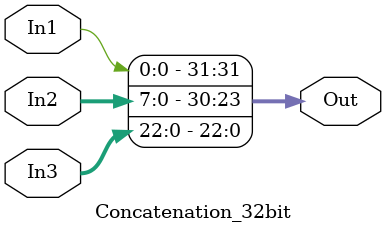
<source format=v>
module Concatenation_32bit(In1, In2, In3, Out);
input In1;
input [7:0] In2;
input [22:0] In3;
output [31:0] Out;

assign Out = { In1, In2, In3 };

endmodule

</source>
